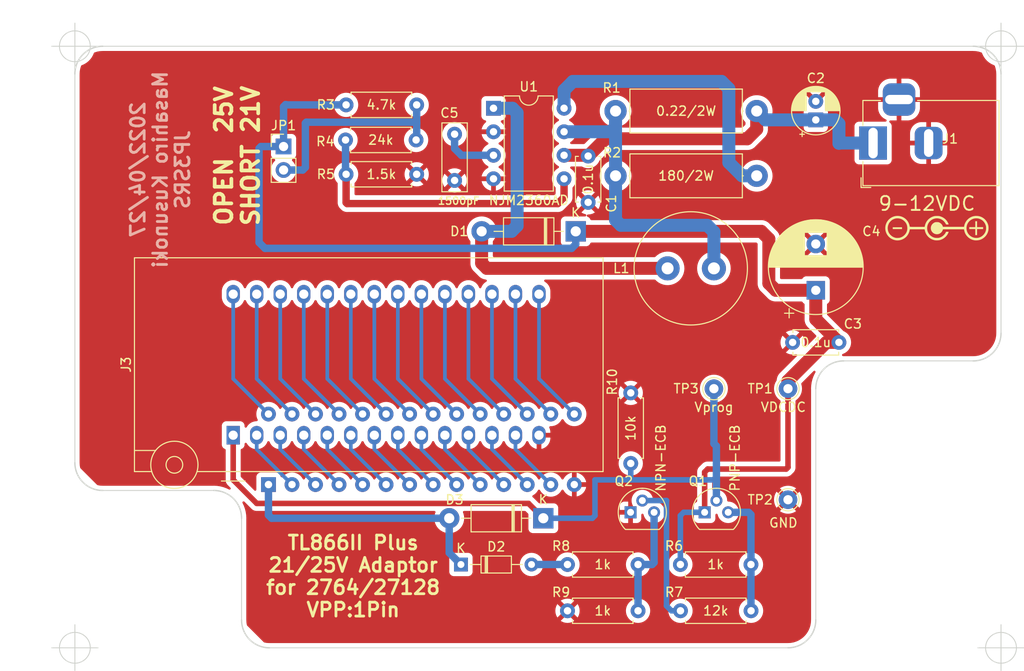
<source format=kicad_pcb>
(kicad_pcb (version 20211014) (generator pcbnew)
  (layers (0 "F.Cu" signal) (31 "B.Cu" signal) (34 "B.Paste" user) (35 "F.Paste" user) (36 "B.SilkS" user "B.Silkscreen") (37 "F.SilkS" user "F.Silkscreen") (38 "B.Mask" user) (39 "F.Mask" user) (44 "Edge.Cuts" user))
  (net 0 "")
  (net 1 "Net-(C1-Pad1)")
  (net 2 "GND")
  (net 3 "V+")
  (net 4 "Net-(D1-Pad2)")
  (net 5 "Vp")
  (net 6 "Net-(D2-Pad2)")
  (net 7 "Vprog")
  (net 8 "/12")
  (net 9 "/2")
  (net 10 "/3")
  (net 11 "/4")
  (net 12 "/5")
  (net 13 "/6")
  (net 14 "/7")
  (net 15 "/8")
  (net 16 "/9")
  (net 17 "/10")
  (net 18 "/11")
  (net 19 "/20")
  (net 20 "/13")
  (net 21 "/21")
  (net 22 "/15")
  (net 23 "/16")
  (net 24 "/17")
  (net 25 "/18")
  (net 26 "/19")
  (net 27 "/25")
  (net 28 "/26")
  (net 29 "/22")
  (net 30 "/23")
  (net 31 "/24")
  (net 32 "/27")
  (net 33 "Net-(JP1-Pad2)")
  (net 34 "Net-(L1-Pad1)")
  (net 35 "Net-(Q1-Pad3)")
  (net 36 "Net-(Q2-Pad2)")
  (net 37 "Net-(Q2-Pad3)")
  (net 38 "Net-(R2-Pad1)")
  (net 39 "Net-(R4-Pad1)")
  (net 40 "Net-(C5-Pad1)")
  (net 41 "/28")
  (footprint "_localLibrary:centerPlus" (layer "F.Cu") (at 193.167 74.7522)
    (fp_text reference "G***" hide)
    (fp_text value "LOGO" hide)
  )
  (footprint "Capacitor_THT:CP_Radial_D5.0mm_P2.00mm" (layer "F.Cu") (at 180 62.955113 90)
    (fp_text reference "C2" (at 4.5 0 180) (layer "F.SilkS"))
    (fp_text value "100uF/25V")
    (pad "1" thru_hole rect (at 0 0 90) (size 1.6 1.6) (drill 0.8) (layers *.Cu *.Mask) (net 1 "Net-(C1-Pad1)"))
    (pad "2" thru_hole circle (at 2 0 90) (size 1.6 1.6) (drill 0.8) (layers *.Cu *.Mask) (net 2 "GND"))
  )
  (footprint "Resistor_THT:R_Axial_DIN0207_L6.3mm_D2.5mm_P7.62mm_Horizontal" (layer "F.Cu") (at 165.39 116)
    (fp_text reference "R7" (at -0.69 -2) (layer "F.SilkS"))
    (fp_text value "12k" (at 3.81 0) (layer "F.SilkS"))
    (pad "1" thru_hole circle (at 0 0) (size 1.6 1.6) (drill 0.8) (layers *.Cu *.Mask) (net 36 "Net-(Q2-Pad2)"))
    (pad "2" thru_hole oval (at 7.62 0) (size 1.6 1.6) (drill 0.8) (layers *.Cu *.Mask) (net 35 "Net-(Q1-Pad3)"))
  )
  (footprint "Resistor_THT:R_Axial_DIN0414_L11.9mm_D4.5mm_P15.24mm_Horizontal" (layer "F.Cu") (at 173.62 62 180)
    (fp_text reference "R1" (at 15.66 2.5 180) (layer "F.SilkS"))
    (fp_text value "0.22/2W" (at 7.62 0 180) (layer "F.SilkS"))
    (pad "1" thru_hole circle (at 0 0 180) (size 2.4 2.4) (drill 1.2) (layers *.Cu *.Mask) (net 1 "Net-(C1-Pad1)"))
    (pad "2" thru_hole oval (at 15.24 0 180) (size 2.4 2.4) (drill 1.2) (layers *.Cu *.Mask) (net 34 "Net-(L1-Pad1)"))
  )
  (footprint "Capacitor_THT:CP_Radial_D10.0mm_P5.00mm" (layer "F.Cu") (at 180 81.367677 90)
    (fp_text reference "C4" (at 6.367677 6 180) (layer "F.SilkS"))
    (fp_text value "330uF/50V")
    (pad "1" thru_hole rect (at 0 0 90) (size 2 2) (drill 1) (layers *.Cu *.Mask) (net 3 "V+"))
    (pad "2" thru_hole circle (at 5 0 90) (size 2 2) (drill 1) (layers *.Cu *.Mask) (net 2 "GND"))
  )
  (footprint "Package_TO_SOT_THT:TO-92" (layer "F.Cu") (at 160 105.36)
    (fp_text reference "Q2" (at -0.73 -3.36) (layer "F.SilkS"))
    (fp_text value "NPN-ECB" (at 3.27 -5.86 90) (layer "F.SilkS"))
    (pad "1" thru_hole rect (at 0 0) (size 1.3 1.3) (drill 0.75) (layers *.Cu *.Mask) (net 2 "GND"))
    (pad "2" thru_hole circle (at 1.27 -1.27) (size 1.3 1.3) (drill 0.75) (layers *.Cu *.Mask) (net 36 "Net-(Q2-Pad2)"))
    (pad "3" thru_hole circle (at 2.54 0) (size 1.3 1.3) (drill 0.75) (layers *.Cu *.Mask) (net 37 "Net-(Q2-Pad3)"))
  )
  (footprint "Capacitor_THT:C_Rect_L7.2mm_W2.5mm_P5.00mm_FKS2_FKP2_MKS2_MKP2" (layer "F.Cu") (at 141 64.5 -90)
    (fp_text reference "C5" (at -2.2925 0.5625 180) (layer "F.SilkS"))
    (fp_text value "1500pF" (at 7.2075 -0.4375 180) (layer "F.SilkS") (effects (font (size 0.8 0.8))))
    (pad "1" thru_hole circle (at 0 0 270) (size 1.6 1.6) (drill 0.8) (layers *.Cu *.Mask) (net 40 "Net-(C5-Pad1)"))
    (pad "2" thru_hole circle (at 5 0 270) (size 1.6 1.6) (drill 0.8) (layers *.Cu *.Mask) (net 2 "GND"))
  )
  (footprint "Resistor_THT:R_Axial_DIN0207_L6.3mm_D2.5mm_P7.62mm_Horizontal" (layer "F.Cu") (at 173 111 180)
    (fp_text reference "R6" (at 8.31 2) (layer "F.SilkS"))
    (fp_text value "1k" (at 3.81 0) (layer "F.SilkS"))
    (pad "1" thru_hole circle (at 0 0 180) (size 1.6 1.6) (drill 0.8) (layers *.Cu *.Mask) (net 35 "Net-(Q1-Pad3)"))
    (pad "2" thru_hole oval (at 7.62 0 180) (size 1.6 1.6) (drill 0.8) (layers *.Cu *.Mask) (net 3 "V+"))
  )
  (footprint "Capacitor_THT:C_Disc_D4.7mm_W2.5mm_P5.00mm" (layer "F.Cu") (at 182.5 87 180)
    (fp_text reference "C3" (at -1.5 2) (layer "F.SilkS"))
    (fp_text value "0.1u" (at 2.5 0) (layer "F.SilkS"))
    (pad "1" thru_hole circle (at 0 0 180) (size 1.6 1.6) (drill 0.8) (layers *.Cu *.Mask) (net 3 "V+"))
    (pad "2" thru_hole circle (at 5 0 180) (size 1.6 1.6) (drill 0.8) (layers *.Cu *.Mask) (net 2 "GND"))
  )
  (footprint "TestPoint:TestPoint_THTPad_D2.0mm_Drill1.0mm" (layer "F.Cu") (at 169 92)
    (fp_text reference "TP3" (at -3 0) (layer "F.SilkS"))
    (fp_text value "TPprog")
    (pad "1" thru_hole circle (at 0 0) (size 2 2) (drill 1) (layers *.Cu *.Mask) (net 7 "Vprog"))
  )
  (footprint "Package_DIP:DIP-28_W7.62mm" (layer "F.Cu") (at 120.904 102.362 90)
    (fp_text reference "J2" hide)
    (fp_text value "28Pin Header")
    (pad "1" thru_hole rect (at 0 0 90) (size 1.6 1.6) (drill 0.8) (layers *.Cu *.Mask) (net 5 "Vp"))
    (pad "2" thru_hole oval (at 0 2.54 90) (size 1.6 1.6) (drill 0.8) (layers *.Cu *.Mask) (net 9 "/2"))
    (pad "3" thru_hole oval (at 0 5.08 90) (size 1.6 1.6) (drill 0.8) (layers *.Cu *.Mask) (net 10 "/3"))
    (pad "4" thru_hole oval (at 0 7.62 90) (size 1.6 1.6) (drill 0.8) (layers *.Cu *.Mask) (net 11 "/4"))
    (pad "5" thru_hole oval (at 0 10.16 90) (size 1.6 1.6) (drill 0.8) (layers *.Cu *.Mask) (net 12 "/5"))
    (pad "6" thru_hole oval (at 0 12.7 90) (size 1.6 1.6) (drill 0.8) (layers *.Cu *.Mask) (net 13 "/6"))
    (pad "7" thru_hole oval (at 0 15.24 90) (size 1.6 1.6) (drill 0.8) (layers *.Cu *.Mask) (net 14 "/7"))
    (pad "8" thru_hole oval (at 0 17.78 90) (size 1.6 1.6) (drill 0.8) (layers *.Cu *.Mask) (net 15 "/8"))
    (pad "9" thru_hole oval (at 0 20.32 90) (size 1.6 1.6) (drill 0.8) (layers *.Cu *.Mask) (net 16 "/9"))
    (pad "10" thru_hole oval (at 0 22.86 90) (size 1.6 1.6) (drill 0.8) (layers *.Cu *.Mask) (net 17 "/10"))
    (pad "11" thru_hole oval (at 0 25.4 90) (size 1.6 1.6) (drill 0.8) (layers *.Cu *.Mask) (net 18 "/11"))
    (pad "12" thru_hole oval (at 0 27.94 90) (size 1.6 1.6) (drill 0.8) (layers *.Cu *.Mask) (net 8 "/12"))
    (pad "13" thru_hole oval (at 0 30.48 90) (size 1.6 1.6) (drill 0.8) (layers *.Cu *.Mask) (net 20 "/13"))
    (pad "14" thru_hole oval (at 0 33.02 90) (size 1.6 1.6) (drill 0.8) (layers *.Cu *.Mask) (net 2 "GND"))
    (pad "15" thru_hole oval (at 7.62 33.02 90) (size 1.6 1.6) (drill 0.8) (layers *.Cu *.Mask) (net 22 "/15"))
    (pad "16" thru_hole oval (at 7.62 30.48 90) (size 1.6 1.6) (drill 0.8) (layers *.Cu *.Mask) (net 23 "/16"))
    (pad "17" thru_hole oval (at 7.62 27.94 90) (size 1.6 1.6) (drill 0.8) (layers *.Cu *.Mask) (net 24 "/17"))
    (pad "18" thru_hole oval (at 7.62 25.4 90) (size 1.6 1.6) (drill 0.8) (layers *.Cu *.Mask) (net 25 "/18"))
    (pad "19" thru_hole oval (at 7.62 22.86 90) (size 1.6 1.6) (drill 0.8) (layers *.Cu *.Mask) (net 26 "/19"))
    (pad "20" thru_hole oval (at 7.62 20.32 90) (size 1.6 1.6) (drill 0.8) (layers *.Cu *.Mask) (net 19 "/20"))
    (pad "21" thru_hole oval (at 7.62 17.78 90) (size 1.6 1.6) (drill 0.8) (layers *.Cu *.Mask) (net 21 "/21"))
    (pad "22" thru_hole oval (at 7.62 15.24 90) (size 1.6 1.6) (drill 0.8) (layers *.Cu *.Mask) (net 29 "/22"))
    (pad "23" thru_hole oval (at 7.62 12.7 90) (size 1.6 1.6) (drill 0.8) (layers *.Cu *.Mask) (net 30 "/23"))
    (pad "24" thru_hole oval (at 7.62 10.16 90) (size 1.6 1.6) (drill 0.8) (layers *.Cu *.Mask) (net 31 "/24"))
    (pad "25" thru_hole oval (at 7.62 7.62 90) (size 1.6 1.6) (drill 0.8) (layers *.Cu *.Mask) (net 27 "/25"))
    (pad "26" thru_hole oval (at 7.62 5.08 90) (size 1.6 1.6) (drill 0.8) (layers *.Cu *.Mask) (net 28 "/26"))
    (pad "27" thru_hole oval (at 7.62 2.54 90) (size 1.6 1.6) (drill 0.8) (layers *.Cu *.Mask) (net 32 "/27"))
    (pad "28" thru_hole oval (at 7.62 0 90) (size 1.6 1.6) (drill 0.8) (layers *.Cu *.Mask) (net 41 "/28"))
  )
  (footprint "Package_TO_SOT_THT:TO-92" (layer "F.Cu") (at 168 105.36)
    (fp_text reference "Q1" (at -0.73 -3.36) (layer "F.SilkS"))
    (fp_text value "PNP-ECB" (at 3.27 -5.86 90) (layer "F.SilkS"))
    (pad "1" thru_hole rect (at 0 0) (size 1.3 1.3) (drill 0.75) (layers *.Cu *.Mask) (net 3 "V+"))
    (pad "2" thru_hole circle (at 1.27 -1.27) (size 1.3 1.3) (drill 0.75) (layers *.Cu *.Mask) (net 7 "Vprog"))
    (pad "3" thru_hole circle (at 2.54 0) (size 1.3 1.3) (drill 0.75) (layers *.Cu *.Mask) (net 35 "Net-(Q1-Pad3)"))
  )
  (footprint "Resistor_THT:R_Axial_DIN0207_L6.3mm_D2.5mm_P7.62mm_Horizontal" (layer "F.Cu") (at 153.19 111)
    (fp_text reference "R8" (at -0.69 -2) (layer "F.SilkS"))
    (fp_text value "1k" (at 3.81 0) (layer "F.SilkS"))
    (pad "1" thru_hole circle (at 0 0) (size 1.6 1.6) (drill 0.8) (layers *.Cu *.Mask) (net 6 "Net-(D2-Pad2)"))
    (pad "2" thru_hole oval (at 7.62 0) (size 1.6 1.6) (drill 0.8) (layers *.Cu *.Mask) (net 37 "Net-(Q2-Pad3)"))
  )
  (footprint "Resistor_THT:R_Axial_DIN0207_L6.3mm_D2.5mm_P7.62mm_Horizontal" (layer "F.Cu") (at 136.906 61.334 180)
    (fp_text reference "R3" (at 9.81 0) (layer "F.SilkS"))
    (fp_text value "4.7k" (at 3.81 0) (layer "F.SilkS"))
    (pad "1" thru_hole circle (at 0 0 180) (size 1.6 1.6) (drill 0.8) (layers *.Cu *.Mask) (net 33 "Net-(JP1-Pad2)"))
    (pad "2" thru_hole oval (at 7.62 0 180) (size 1.6 1.6) (drill 0.8) (layers *.Cu *.Mask) (net 3 "V+"))
  )
  (footprint "Diode_THT:D_DO-41_SOD81_P10.16mm_Horizontal" (layer "F.Cu") (at 154.08 75 180)
    (fp_text reference "D1" (at 12.58 0) (layer "F.SilkS"))
    (fp_text value "11EQS04")
    (fp_text user "K" (at 0 2) (layer "F.SilkS"))
    (pad "1" thru_hole rect (at 0 0 180) (size 2.2 2.2) (drill 1.1) (layers *.Cu *.Mask) (net 3 "V+"))
    (pad "2" thru_hole oval (at 10.16 0 180) (size 2.2 2.2) (drill 1.1) (layers *.Cu *.Mask) (net 4 "Net-(D1-Pad2)"))
  )
  (footprint "Resistor_THT:R_Axial_DIN0207_L6.3mm_D2.5mm_P7.62mm_Horizontal" (layer "F.Cu") (at 136.906 68.834 180)
    (fp_text reference "R5" (at 9.81 0) (layer "F.SilkS"))
    (fp_text value "1.5k" (at 3.81 0) (layer "F.SilkS"))
    (pad "1" thru_hole circle (at 0 0 180) (size 1.6 1.6) (drill 0.8) (layers *.Cu *.Mask) (net 2 "GND"))
    (pad "2" thru_hole oval (at 7.62 0 180) (size 1.6 1.6) (drill 0.8) (layers *.Cu *.Mask) (net 39 "Net-(R4-Pad1)"))
  )
  (footprint "Resistor_THT:R_Axial_DIN0207_L6.3mm_D2.5mm_P7.62mm_Horizontal" (layer "F.Cu") (at 160.02 92.456 -90)
    (fp_text reference "R10" (at -1.19 2 90) (layer "F.SilkS"))
    (fp_text value "10k" (at 3.81 0 90) (layer "F.SilkS"))
    (pad "1" thru_hole circle (at 0 0 270) (size 1.6 1.6) (drill 0.8) (layers *.Cu *.Mask) (net 2 "GND"))
    (pad "2" thru_hole oval (at 7.62 0 270) (size 1.6 1.6) (drill 0.8) (layers *.Cu *.Mask) (net 7 "Vprog"))
  )
  (footprint "Resistor_THT:R_Axial_DIN0414_L11.9mm_D4.5mm_P15.24mm_Horizontal" (layer "F.Cu") (at 173.62 69 180)
    (fp_text reference "R2" (at 15.62 2.5 180) (layer "F.SilkS"))
    (fp_text value "180/2W" (at 7.62 0 180) (layer "F.SilkS"))
    (pad "1" thru_hole circle (at 0 0 180) (size 2.4 2.4) (drill 1.2) (layers *.Cu *.Mask) (net 38 "Net-(R2-Pad1)"))
    (pad "2" thru_hole oval (at 15.24 0 180) (size 2.4 2.4) (drill 1.2) (layers *.Cu *.Mask) (net 34 "Net-(L1-Pad1)"))
  )
  (footprint "TestPoint:TestPoint_THTPad_D2.0mm_Drill1.0mm" (layer "F.Cu") (at 177 92)
    (fp_text reference "TP1" (at -3 0) (layer "F.SilkS"))
    (fp_text value "TPV+")
    (pad "1" thru_hole circle (at 0 0) (size 2 2) (drill 1) (layers *.Cu *.Mask) (net 3 "V+"))
  )
  (footprint "Socket:DIP_Socket-28_W11.9_W12.7_W15.24_W17.78_W18.5_3M_228-1277-00-0602J" (layer "F.Cu") (at 117.094 97.028 90)
    (fp_text reference "J3" (at 7.62 -11.56 90) (layer "F.SilkS"))
    (fp_text value "28Pin Socket")
    (pad "1" thru_hole rect (at 0 0 90) (size 2 1.44) (drill 1) (layers *.Cu *.Mask) (net 7 "Vprog"))
    (pad "2" thru_hole oval (at 0 2.54 90) (size 2 1.44) (drill 1) (layers *.Cu *.Mask) (net 9 "/2"))
    (pad "3" thru_hole oval (at 0 5.08 90) (size 2 1.44) (drill 1) (layers *.Cu *.Mask) (net 10 "/3"))
    (pad "4" thru_hole oval (at 0 7.62 90) (size 2 1.44) (drill 1) (layers *.Cu *.Mask) (net 11 "/4"))
    (pad "5" thru_hole oval (at 0 10.16 90) (size 2 1.44) (drill 1) (layers *.Cu *.Mask) (net 12 "/5"))
    (pad "6" thru_hole oval (at 0 12.7 90) (size 2 1.44) (drill 1) (layers *.Cu *.Mask) (net 13 "/6"))
    (pad "7" thru_hole oval (at 0 15.24 90) (size 2 1.44) (drill 1) (layers *.Cu *.Mask) (net 14 "/7"))
    (pad "8" thru_hole oval (at 0 17.78 90) (size 2 1.44) (drill 1) (layers *.Cu *.Mask) (net 15 "/8"))
    (pad "9" thru_hole oval (at 0 20.32 90) (size 2 1.44) (drill 1) (layers *.Cu *.Mask) (net 16 "/9"))
    (pad "10" thru_hole oval (at 0 22.86 90) (size 2 1.44) (drill 1) (layers *.Cu *.Mask) (net 17 "/10"))
    (pad "11" thru_hole oval (at 0 25.4 90) (size 2 1.44) (drill 1) (layers *.Cu *.Mask) (net 18 "/11"))
    (pad "12" thru_hole oval (at 0 27.94 90) (size 2 1.44) (drill 1) (layers *.Cu *.Mask) (net 8 "/12"))
    (pad "13" thru_hole oval (at 0 30.48 90) (size 2 1.44) (drill 1) (layers *.Cu *.Mask) (net 20 "/13"))
    (pad "14" thru_hole oval (at 0 33.02 90) (size 2 1.44) (drill 1) (layers *.Cu *.Mask) (net 2 "GND"))
    (pad "15" thru_hole oval (at 15.24 33.02 90) (size 2 1.44) (drill 1) (layers *.Cu *.Mask) (net 22 "/15"))
    (pad "16" thru_hole oval (at 15.24 30.48 90) (size 2 1.44) (drill 1) (layers *.Cu *.Mask) (net 23 "/16"))
    (pad "17" thru_hole oval (at 15.24 27.94 90) (size 2 1.44) (drill 1) (layers *.Cu *.Mask) (net 24 "/17"))
    (pad "18" thru_hole oval (at 15.24 25.4 90) (size 2 1.44) (drill 1) (layers *.Cu *.Mask) (net 25 "/18"))
    (pad "19" thru_hole oval (at 15.24 22.86 90) (size 2 1.44) (drill 1) (layers *.Cu *.Mask) (net 26 "/19"))
    (pad "20" thru_hole oval (at 15.24 20.32 90) (size 2 1.44) (drill 1) (layers *.Cu *.Mask) (net 19 "/20"))
    (pad "21" thru_hole oval (at 15.24 17.78 90) (size 2 1.44) (drill 1) (layers *.Cu *.Mask) (net 21 "/21"))
    (pad "22" thru_hole oval (at 15.24 15.24 90) (size 2 1.44) (drill 1) (layers *.Cu *.Mask) (net 29 "/22"))
    (pad "23" thru_hole oval (at 15.24 12.7 90) (size 2 1.44) (drill 1) (layers *.Cu *.Mask) (net 30 "/23"))
    (pad "24" thru_hole oval (at 15.24 10.16 90) (size 2 1.44) (drill 1) (layers *.Cu *.Mask) (net 31 "/24"))
    (pad "25" thru_hole oval (at 15.24 7.62 90) (size 2 1.44) (drill 1) (layers *.Cu *.Mask) (net 27 "/25"))
    (pad "26" thru_hole oval (at 15.24 5.08 90) (size 2 1.44) (drill 1) (layers *.Cu *.Mask) (net 28 "/26"))
    (pad "27" thru_hole oval (at 15.24 2.54 90) (size 2 1.44) (drill 1) (layers *.Cu *.Mask) (net 32 "/27"))
    (pad "28" thru_hole oval (at 15.24 0 90) (size 2 1.44) (drill 1) (layers *.Cu *.Mask) (net 41 "/28"))
  )
  (footprint "Resistor_THT:R_Axial_DIN0207_L6.3mm_D2.5mm_P7.62mm_Horizontal" (layer "F.Cu") (at 129.2235 65.1265)
    (fp_text reference "R4" (at -2.19 0.1675) (layer "F.SilkS"))
    (fp_text value "24k" (at 3.81 0) (layer "F.SilkS"))
    (pad "1" thru_hole circle (at 0 0) (size 1.6 1.6) (drill 0.8) (layers *.Cu *.Mask) (net 39 "Net-(R4-Pad1)"))
    (pad "2" thru_hole oval (at 7.62 0) (size 1.6 1.6) (drill 0.8) (layers *.Cu *.Mask) (net 33 "Net-(JP1-Pad2)"))
  )
  (footprint "Resistor_THT:R_Axial_DIN0207_L6.3mm_D2.5mm_P7.62mm_Horizontal" (layer "F.Cu") (at 153.19 116)
    (fp_text reference "R9" (at -0.69 -2) (layer "F.SilkS"))
    (fp_text value "1k" (at 3.81 0) (layer "F.SilkS"))
    (pad "1" thru_hole circle (at 0 0) (size 1.6 1.6) (drill 0.8) (layers *.Cu *.Mask) (net 2 "GND"))
    (pad "2" thru_hole oval (at 7.62 0) (size 1.6 1.6) (drill 0.8) (layers *.Cu *.Mask) (net 37 "Net-(Q2-Pad3)"))
  )
  (footprint "_localLibrary:MJ-179PH" (layer "F.Cu") (at 199.7875 65.5075 180)
    (fp_text reference "J1" (at 5.2875 0.5075) (layer "F.SilkS"))
    (fp_text value "DC JACK")
    (pad "1" thru_hole rect (at 13.6 0.05 180) (size 3 3.6) (drill oval 1 3.3) (layers *.Cu *.Mask) (net 1 "Net-(C1-Pad1)"))
    (pad "2" thru_hole roundrect (at 7.6 0.05 180) (size 3 3.5) (drill oval 1 3) (layers *.Cu *.Mask) (net 2 "GND"))
    (pad "3" thru_hole roundrect (at 10.8 4.75 180) (size 3.5 3.5) (drill oval 3 1) (layers *.Cu *.Mask) (net 2 "GND"))
  )
  (footprint "Capacitor_THT:C_Disc_D4.7mm_W2.5mm_P5.00mm" (layer "F.Cu") (at 155.4226 66.8674 -90)
    (fp_text reference "C1" (at 5.1326 -2.5 -270) (layer "F.SilkS"))
    (fp_text value "0.1u" (at 2.5 0 -270) (layer "F.SilkS"))
    (pad "1" thru_hole circle (at 0 0 270) (size 1.6 1.6) (drill 0.8) (layers *.Cu *.Mask) (net 1 "Net-(C1-Pad1)"))
    (pad "2" thru_hole circle (at 5 0 270) (size 1.6 1.6) (drill 0.8) (layers *.Cu *.Mask) (net 2 "GND"))
  )
  (footprint "TestPoint:TestPoint_THTPad_D2.0mm_Drill1.0mm" (layer "F.Cu") (at 177 104)
    (fp_text reference "TP2" (at -3 0) (layer "F.SilkS"))
    (fp_text value "TPGND")
    (pad "1" thru_hole circle (at 0 0) (size 2 2) (drill 1) (layers *.Cu *.Mask) (net 2 "GND"))
  )
  (footprint "Inductor_THT:L_Radial_D12.0mm_P5.00mm_Fastron_11P" (layer "F.Cu") (at 169 79 180)
    (fp_text reference "L1" (at 10 0) (layer "F.SilkS"))
    (fp_text value "220uH")
    (pad "1" thru_hole circle (at 0 0 180) (size 2.6 2.6) (drill 1.3) (layers *.Cu *.Mask) (net 34 "Net-(L1-Pad1)"))
    (pad "2" thru_hole circle (at 5 0 180) (size 2.6 2.6) (drill 1.3) (layers *.Cu *.Mask) (net 4 "Net-(D1-Pad2)"))
  )
  (footprint "Diode_THT:D_DO-34_SOD68_P7.62mm_Horizontal" (layer "F.Cu") (at 141.685 111)
    (fp_text reference "D2" (at 3.81 -1.92) (layer "F.SilkS"))
    (fp_text value "GDZJ15C")
    (fp_text user "K" (at 0 -1.75) (layer "F.SilkS"))
    (pad "1" thru_hole rect (at 0 0) (size 1.5 1.5) (drill 0.75) (layers *.Cu *.Mask) (net 5 "Vp"))
    (pad "2" thru_hole oval (at 7.62 0) (size 1.5 1.5) (drill 0.75) (layers *.Cu *.Mask) (net 6 "Net-(D2-Pad2)"))
  )
  (footprint "Connector_PinHeader_2.54mm:PinHeader_1x02_P2.54mm_Vertical" (layer "F.Cu") (at 122.5335 65.834)
    (fp_text reference "JP1" (at 0 -2.2675) (layer "F.SilkS"))
    (fp_text value "21V/25V")
    (pad "1" thru_hole rect (at 0 0) (size 1.7 1.7) (drill 1) (layers *.Cu *.Mask) (net 3 "V+"))
    (pad "2" thru_hole oval (at 0 2.54) (size 1.7 1.7) (drill 1) (layers *.Cu *.Mask) (net 33 "Net-(JP1-Pad2)"))
  )
  (footprint "Package_DIP:DIP-8_W7.62mm" (layer "F.Cu") (at 145.2 61.7)
    (fp_text reference "U1" (at 3.81 -2.33) (layer "F.SilkS"))
    (fp_text value "NJM2360AD" (at 3.81 9.95) (layer "F.SilkS"))
    (pad "1" thru_hole rect (at 0 0) (size 1.6 1.6) (drill 0.8) (layers *.Cu *.Mask) (net 4 "Net-(D1-Pad2)"))
    (pad "2" thru_hole oval (at 0 2.54) (size 1.6 1.6) (drill 0.8) (layers *.Cu *.Mask) (net 2 "GND"))
    (pad "3" thru_hole oval (at 0 5.08) (size 1.6 1.6) (drill 0.8) (layers *.Cu *.Mask) (net 40 "Net-(C5-Pad1)"))
    (pad "4" thru_hole oval (at 0 7.62) (size 1.6 1.6) (drill 0.8) (layers *.Cu *.Mask) (net 2 "GND"))
    (pad "5" thru_hole oval (at 7.62 7.62) (size 1.6 1.6) (drill 0.8) (layers *.Cu *.Mask) (net 39 "Net-(R4-Pad1)"))
    (pad "6" thru_hole oval (at 7.62 5.08) (size 1.6 1.6) (drill 0.8) (layers *.Cu *.Mask) (net 1 "Net-(C1-Pad1)"))
    (pad "7" thru_hole oval (at 7.62 2.54) (size 1.6 1.6) (drill 0.8) (layers *.Cu *.Mask) (net 34 "Net-(L1-Pad1)"))
    (pad "8" thru_hole oval (at 7.62 0) (size 1.6 1.6) (drill 0.8) (layers *.Cu *.Mask) (net 38 "Net-(R2-Pad1)"))
  )
  (footprint "Diode_THT:D_DO-41_SOD81_P10.16mm_Horizontal" (layer "F.Cu") (at 150.58 106 180)
    (fp_text reference "D3" (at 9.58 2) (layer "F.SilkS"))
    (fp_text value "11EQS04")
    (fp_text user "K" (at 0 2) (layer "F.SilkS"))
    (pad "1" thru_hole rect (at 0 0 180) (size 2.2 2.2) (drill 1.1) (layers *.Cu *.Mask) (net 7 "Vprog"))
    (pad "2" thru_hole oval (at 10.16 0 180) (size 2.2 2.2) (drill 1.1) (layers *.Cu *.Mask) (net 5 "Vp"))
  )
  (gr_line (start 103 55) (end 197 55) (layer "Edge.Cuts") (width 0.1))
  (gr_line (start 180 92) (end 180 117) (layer "Edge.Cuts") (width 0.1))
  (gr_arc (start 180 117) (mid 179.12132 119.12132) (end 177 120) (layer "Edge.Cuts") (width 0.15))
  (gr_line (start 177 120) (end 121 120) (layer "Edge.Cuts") (width 0.1))
  (gr_arc (start 100 58) (mid 100.87868 55.87868) (end 103 55) (layer "Edge.Cuts") (width 0.15))
  (gr_line (start 100 100) (end 100 58) (layer "Edge.Cuts") (width 0.1))
  (gr_arc (start 103 103) (mid 100.87868 102.12132) (end 100 100) (layer "Edge.Cuts") (width 0.15))
  (gr_line (start 103 103) (end 115 103) (layer "Edge.Cuts") (width 0.1))
  (gr_arc (start 197 55) (mid 199.12132 55.87868) (end 200 58) (layer "Edge.Cuts") (width 0.15))
  (gr_line (start 200 58) (end 200 86) (layer "Edge.Cuts") (width 0.1))
  (gr_arc (start 121 120) (mid 118.87868 119.12132) (end 118 117) (layer "Edge.Cuts") (width 0.15))
  (gr_arc (start 115 103) (mid 117.12132 103.87868) (end 118 106) (layer "Edge.Cuts") (width 0.15))
  (gr_line (start 118 117) (end 118 106) (layer "Edge.Cuts") (width 0.1))
  (gr_arc (start 200 86) (mid 199.12132 88.12132) (end 197 89) (layer "Edge.Cuts") (width 0.15))
  (gr_arc (start 180 92) (mid 180.87868 89.87868) (end 183 89) (layer "Edge.Cuts") (width 0.15))
  (gr_line (start 197 89) (end 183 89) (layer "Edge.Cuts") (width 0.1))
  (gr_text "2022/04/27\nMasahiro Kusunoki\nJP3SRS" (at 109.22 68.326 90) (layer "B.SilkS") (effects (font (size 1.5 1.5) (thickness 0.3)) (justify mirror)))
  (gr_text "TL866II Plus\n21/25V Adaptor\nfor 2764/27128\nVPP:1Pin" (at 130.048 112.268) (layer "F.SilkS") (effects (font (size 1.5 1.5) (thickness 0.3))))
  (gr_text "Vprog" (at 169 94) (layer "F.SilkS") (effects (font (size 1 1))))
  (gr_text "GND" (at 176.5 106.5) (layer "F.SilkS") (effects (font (size 1 1))))
  (gr_text "VDCDC" (at 176.5 94) (layer "F.SilkS") (effects (font (size 1 1))))
  (gr_text "9-12VDC" (at 192 72) (layer "F.SilkS") (effects (font (size 1.5 1.5) (thickness 0.2))))
  (gr_text "OPEN  25V\nSHORT 21V" (at 117.5335 66.834 90) (layer "F.SilkS") (effects (font (size 1.8 1.8) (thickness 0.4))))
  (target plus (at 100 120) (size 5) (width 0.1) (layer "Edge.Cuts"))
  (target plus (at 200 120) (size 5) (width 0.1) (layer "Edge.Cuts"))
  (target plus (at 100 55) (size 5) (width 0.1) (layer "Edge.Cuts"))
  (target plus (at 200 55) (size 5) (width 0.1) (layer "Edge.Cuts"))
  (segment (start 173.62 63.9716) (end 173.62 62) (width 1.4) (layer "F.Cu") (net 1))
  (segment (start 155.4226 66.8674) (end 157.2914 64.9986) (width 1.4) (layer "F.Cu") (net 1))
  (segment (start 157.2914 64.9986) (end 172.593 64.9986) (width 1.4) (layer "F.Cu") (net 1))
  (segment (start 152.82 66.78) (end 155.3352 66.78) (width 1.4) (layer "F.Cu") (net 1))
  (segment (start 172.593 64.9986) (end 173.62 63.9716) (width 1.4) (layer "F.Cu") (net 1))
  (segment (start 155.3352 66.78) (end 155.4226 66.8674) (width 1.4) (layer "F.Cu") (net 1))
  (segment (start 182.081113 62.955113) (end 180 62.955113) (width 1.4) (layer "B.Cu") (net 1))
  (segment (start 180 62.955113) (end 174.575113 62.955113) (width 1.4) (layer "B.Cu") (net 1))
  (segment (start 174.575113 62.955113) (end 173.62 62) (width 1.4) (layer "B.Cu") (net 1))
  (segment (start 182.5 65.4822) (end 182.5 63.374) (width 1.4) (layer "B.Cu") (net 1))
  (segment (start 182.5247 65.4575) (end 182.5 65.4822) (width 1.4) (layer "B.Cu") (net 1))
  (segment (start 186.1875 65.4575) (end 182.5247 65.4575) (width 1.4) (layer "B.Cu") (net 1))
  (segment (start 182.5 63.374) (end 182.081113 62.955113) (width 1.4) (layer "B.Cu") (net 1))
  (segment (start 175.677877 81.367677) (end 180 81.367677) (width 1.4) (layer "F.Cu") (net 3))
  (segment (start 168.3258 100.6856) (end 176.8094 100.6856) (width 0.6) (layer "F.Cu") (net 3))
  (segment (start 176.9872 91.1606) (end 176.9872 91.9872) (width 1.4) (layer "F.Cu") (net 3))
  (segment (start 176.9872 91.9872) (end 177 92) (width 1.4) (layer "F.Cu") (net 3))
  (segment (start 168 105.36) (end 168 101.0114) (width 0.6) (layer "F.Cu") (net 3))
  (segment (start 177 100.495) (end 177 92) (width 0.6) (layer "F.Cu") (net 3))
  (segment (start 181.1478 87) (end 176.9872 91.1606) (width 1.4) (layer "F.Cu") (net 3))
  (segment (start 174.1108 75) (end 174.9298 75.819) (width 1.4) (layer "F.Cu") (net 3))
  (segment (start 180 81.367677) (end 180 84.5) (width 1.4) (layer "F.Cu") (net 3))
  (segment (start 180 84.5) (end 182.5 87) (width 1.4) (layer "F.Cu") (net 3))
  (segment (start 182.5 87) (end 181.1478 87) (width 1.4) (layer "F.Cu") (net 3))
  (segment (start 174.9298 80.6196) (end 175.677877 81.367677) (width 1.4) (layer "F.Cu") (net 3))
  (segment (start 168 101.0114) (end 168.3258 100.6856) (width 0.6) (layer "F.Cu") (net 3))
  (segment (start 154.08 75) (end 174.1108 75) (width 1.4) (layer "F.Cu") (net 3))
  (segment (start 176.8094 100.6856) (end 177 100.495) (width 0.6) (layer "F.Cu") (net 3))
  (segment (start 174.9298 75.819) (end 174.9298 80.6196) (width 1.4) (layer "F.Cu") (net 3))
  (segment (start 153.6446 76.835) (end 120.523 76.835) (width 0.8) (layer "B.Cu") (net 3))
  (segment (start 154.08 76.3996) (end 153.6446 76.835) (width 0.8) (layer "B.Cu") (net 3))
  (segment (start 119.888 66.04) (end 120.094 65.834) (width 0.8) (layer "B.Cu") (net 3))
  (segment (start 122.5335 61.5258) (end 122.7573 61.302) (width 0.8) (layer "B.Cu") (net 3))
  (segment (start 120.094 65.834) (end 122.5335 65.834) (width 0.8) (layer "B.Cu") (net 3))
  (segment (start 122.7893 61.334) (end 129.286 61.334) (width 0.8) (layer "B.Cu") (net 3))
  (segment (start 122.7573 61.302) (end 122.7893 61.334) (width 0.8) (layer "B.Cu") (net 3))
  (segment (start 154.08 75) (end 154.08 76.3996) (width 0.8) (layer "B.Cu") (net 3))
  (segment (start 120.523 76.835) (end 119.888 76.2) (width 0.8) (layer "B.Cu") (net 3))
  (segment (start 119.888 76.2) (end 119.888 66.04) (width 0.8) (layer "B.Cu") (net 3))
  (segment (start 165.38 111) (end 165.38 105.7142) (width 0.6) (layer "B.Cu") (net 3))
  (segment (start 122.5335 65.834) (end 122.5335 61.5258) (width 0.8) (layer "B.Cu") (net 3))
  (segment (start 165.7342 105.36) (end 168 105.36) (width 0.6) (layer "B.Cu") (net 3))
  (segment (start 165.38 105.7142) (end 165.7342 105.36) (width 0.6) (layer "B.Cu") (net 3))
  (segment (start 143.92 78.4388) (end 143.92 75) (width 1.4) (layer "F.Cu") (net 4))
  (segment (start 144.4812 79) (end 143.92 78.4388) (width 1.4) (layer "F.Cu") (net 4))
  (segment (start 164 79) (end 144.4812 79) (width 1.4) (layer "F.Cu") (net 4))
  (segment (start 143.92 75) (end 147.1484 75) (width 1.4) (layer "B.Cu") (net 4))
  (segment (start 147.7518 74.3966) (end 147.7518 62.2046) (width 1.4) (layer "B.Cu") (net 4))
  (segment (start 147.2472 61.7) (end 145.2 61.7) (width 1.4) (layer "B.Cu") (net 4))
  (segment (start 147.7518 62.2046) (end 147.2472 61.7) (width 1.4) (layer "B.Cu") (net 4))
  (segment (start 147.1484 75) (end 147.7518 74.3966) (width 1.4) (layer "B.Cu") (net 4))
  (segment (start 140.42 106) (end 121.24 106) (width 0.8) (layer "B.Cu") (net 5))
  (segment (start 120.904 105.664) (end 120.904 102.362) (width 0.8) (layer "B.Cu") (net 5))
  (segment (start 140.42 106) (end 140.42 109.735) (width 0.8) (layer "B.Cu") (net 5))
  (segment (start 121.24 106) (end 120.904 105.664) (width 0.8) (layer "B.Cu") (net 5))
  (segment (start 140.42 109.735) (end 141.685 111) (width 0.8) (layer "B.Cu") (net 5))
  (segment (start 149.305 111) (end 153.19 111) (width 0.8) (layer "B.Cu") (net 6))
  (segment (start 119.640489 104.400489) (end 117.094 101.854) (width 0.6) (layer "F.Cu") (net 7))
  (segment (start 148.980489 104.400489) (end 119.640489 104.400489) (width 0.6) (layer "F.Cu") (net 7))
  (segment (start 150.58 106) (end 148.980489 104.400489) (width 0.6) (layer "F.Cu") (net 7))
  (segment (start 117.094 101.854) (end 117.094 97.028) (width 0.6) (layer "F.Cu") (net 7))
  (segment (start 156.1592 105.7148) (end 156.1592 101.854) (width 0.6) (layer "B.Cu") (net 7))
  (segment (start 169 92) (end 169 97.9308) (width 0.8) (layer "B.Cu") (net 7))
  (segment (start 169.27 98.2008) (end 169.27 102.087) (width 0.8) (layer "B.Cu") (net 7))
  (segment (start 160.02 100.076) (end 160.02 101.854) (width 0.6) (layer "B.Cu") (net 7))
  (segment (start 169 97.9308) (end 169.27 98.2008) (width 0.8) (layer "B.Cu") (net 7))
  (segment (start 150.58 106) (end 155.874 106) (width 0.6) (layer "B.Cu") (net 7))
  (segment (start 169.27 102.087) (end 169.27 104.09) (width 0.8) (layer "B.Cu") (net 7))
  (segment (start 160.02 101.854) (end 169.037 101.854) (width 0.6) (layer "B.Cu") (net 7))
  (segment (start 169.037 101.854) (end 169.27 102.087) (width 0.6) (layer "B.Cu") (net 7))
  (segment (start 155.874 106) (end 156.1592 105.7148) (width 0.6) (layer "B.Cu") (net 7))
  (segment (start 156.1592 101.854) (end 160.02 101.854) (width 0.6) (layer "B.Cu") (net 7))
  (segment (start 145.034 97.028) (end 145.034 98.552) (width 0.4) (layer "B.Cu") (net 8))
  (segment (start 145.034 98.552) (end 148.844 102.362) (width 0.4) (layer "B.Cu") (net 8))
  (segment (start 119.634 98.552) (end 123.444 102.362) (width 0.4) (layer "B.Cu") (net 9))
  (segment (start 119.634 97.028) (end 119.634 98.552) (width 0.4) (layer "B.Cu") (net 9))
  (segment (start 122.174 97.028) (end 122.174 98.552) (width 0.4) (layer "B.Cu") (net 10))
  (segment (start 122.174 98.552) (end 125.984 102.362) (width 0.4) (layer "B.Cu") (net 10))
  (segment (start 124.714 97.028) (end 124.714 98.552) (width 0.4) (layer "B.Cu") (net 11))
  (segment (start 124.714 98.552) (end 128.524 102.362) (width 0.4) (layer "B.Cu") (net 11))
  (segment (start 127.254 98.552) (end 131.064 102.362) (width 0.4) (layer "B.Cu") (net 12))
  (segment (start 127.254 97.028) (end 127.254 98.552) (width 0.4) (layer "B.Cu") (net 12))
  (segment (start 129.794 97.028) (end 129.794 98.552) (width 0.4) (layer "B.Cu") (net 13))
  (segment (start 129.794 98.552) (end 133.604 102.362) (width 0.4) (layer "B.Cu") (net 13))
  (segment (start 132.334 97.028) (end 132.334 98.552) (width 0.4) (layer "B.Cu") (net 14))
  (segment (start 132.334 98.552) (end 136.144 102.362) (width 0.4) (layer "B.Cu") (net 14))
  (segment (start 134.874 97.028) (end 134.874 98.552) (width 0.4) (layer "B.Cu") (net 15))
  (segment (start 134.874 98.552) (end 138.684 102.362) (width 0.4) (layer "B.Cu") (net 15))
  (segment (start 137.414 97.028) (end 137.414 98.552) (width 0.4) (layer "B.Cu") (net 16))
  (segment (start 137.414 98.552) (end 141.224 102.362) (width 0.4) (layer "B.Cu") (net 16))
  (segment (start 139.954 97.028) (end 139.954 98.552) (width 0.4) (layer "B.Cu") (net 17))
  (segment (start 139.954 98.552) (end 143.764 102.362) (width 0.4) (layer "B.Cu") (net 17))
  (segment (start 142.494 97.028) (end 142.494 98.552) (width 0.4) (layer "B.Cu") (net 18))
  (segment (start 142.494 98.552) (end 146.304 102.362) (width 0.4) (layer "B.Cu") (net 18))
  (segment (start 137.414 90.932) (end 141.224 94.742) (width 0.4) (layer "B.Cu") (net 19))
  (segment (start 137.414 81.788) (end 137.414 90.932) (width 0.4) (layer "B.Cu") (net 19))
  (segment (start 147.574 98.552) (end 151.384 102.362) (width 0.4) (layer "B.Cu") (net 20))
  (segment (start 147.574 97.028) (end 147.574 98.552) (width 0.4) (layer "B.Cu") (net 20))
  (segment (start 134.874 81.788) (end 134.874 90.932) (width 0.4) (layer "B.Cu") (net 21))
  (segment (start 134.874 90.932) (end 138.684 94.742) (width 0.4) (layer "B.Cu") (net 21))
  (segment (start 150.114 81.788) (end 150.114 90.932) (width 0.4) (layer "B.Cu") (net 22))
  (segment (start 150.114 90.932) (end 153.924 94.742) (width 0.4) (layer "B.Cu") (net 22))
  (segment (start 147.574 90.932) (end 151.384 94.742) (width 0.4) (layer "B.Cu") (net 23))
  (segment (start 147.574 81.788) (end 147.574 90.932) (width 0.4) (layer "B.Cu") (net 23))
  (segment (start 145.034 90.932) (end 148.844 94.742) (width 0.4) (layer "B.Cu") (net 24))
  (segment (start 145.034 81.788) (end 145.034 90.932) (width 0.4) (layer "B.Cu") (net 24))
  (segment (start 142.494 90.932) (end 146.304 94.742) (width 0.4) (layer "B.Cu") (net 25))
  (segment (start 142.494 81.788) (end 142.494 90.932) (width 0.4) (layer "B.Cu") (net 25))
  (segment (start 139.954 81.788) (end 139.954 90.932) (width 0.4) (layer "B.Cu") (net 26))
  (segment (start 139.954 90.932) (end 143.764 94.742) (width 0.4) (layer "B.Cu") (net 26))
  (segment (start 124.714 81.788) (end 124.714 90.932) (width 0.4) (layer "B.Cu") (net 27))
  (segment (start 124.714 90.932) (end 128.524 94.742) (width 0.4) (layer "B.Cu") (net 27))
  (segment (start 122.174 90.932) (end 125.984 94.742) (width 0.4) (layer "B.Cu") (net 28))
  (segment (start 122.174 81.788) (end 122.174 90.932) (width 0.4) (layer "B.Cu") (net 28))
  (segment (start 132.334 81.788) (end 132.334 90.932) (width 0.4) (layer "B.Cu") (net 29))
  (segment (start 132.334 90.932) (end 136.144 94.742) (width 0.4) (layer "B.Cu") (net 29))
  (segment (start 129.794 90.932) (end 133.604 94.742) (width 0.4) (layer "B.Cu") (net 30))
  (segment (start 129.794 81.788) (end 129.794 90.932) (width 0.4) (layer "B.Cu") (net 30))
  (segment (start 127.254 81.788) (end 127.254 90.932) (width 0.4) (layer "B.Cu") (net 31))
  (segment (start 127.254 90.932) (end 131.064 94.742) (width 0.4) (layer "B.Cu") (net 31))
  (segment (start 119.634 81.788) (end 119.634 90.932) (width 0.4) (layer "B.Cu") (net 32))
  (segment (start 119.634 90.932) (end 123.444 94.742) (width 0.4) (layer "B.Cu") (net 32))
  (segment (start 136.906 61.334) (end 136.906 63.3095) (width 0.8) (layer "B.Cu") (net 33))
  (segment (start 122.5335 68.374) (end 124.6007 68.374) (width 0.8) (layer "B.Cu") (net 33))
  (segment (start 124.8909 63.3086) (end 124.9925 63.207) (width 0.8) (layer "B.Cu") (net 33))
  (segment (start 124.9925 63.207) (end 136.8035 63.207) (width 0.8) (layer "B.Cu") (net 33))
  (segment (start 136.906 63.3095) (end 136.906 65.064) (width 0.8) (layer "B.Cu") (net 33))
  (segment (start 124.8909 68.0838) (end 124.8909 63.3086) (width 0.8) (layer "B.Cu") (net 33))
  (segment (start 124.6007 68.374) (end 124.8909 68.0838) (width 0.8) (layer "B.Cu") (net 33))
  (segment (start 136.906 65.064) (end 136.8435 65.1265) (width 0.8) (layer "B.Cu") (net 33))
  (segment (start 136.8035 63.207) (end 136.906 63.3095) (width 0.8) (layer "B.Cu") (net 33))
  (segment (start 158.9532 74.3458) (end 168.275 74.3458) (width 1.4) (layer "B.Cu") (net 34))
  (segment (start 158.38 73.7726) (end 158.9532 74.3458) (width 1.4) (layer "B.Cu") (net 34))
  (segment (start 158.38 69) (end 158.38 62) (width 1.4) (layer "B.Cu") (net 34))
  (segment (start 152.82 64.24) (end 157.8576 64.24) (width 1.4) (layer "B.Cu") (net 34))
  (segment (start 158.38 63.7176) (end 158.38 62) (width 1.4) (layer "B.Cu") (net 34))
  (segment (start 157.8576 64.24) (end 158.38 63.7176) (width 1.4) (layer "B.Cu") (net 34))
  (segment (start 169 75.0708) (end 169 79) (width 1.4) (layer "B.Cu") (net 34))
  (segment (start 168.275 74.3458) (end 169 75.0708) (width 1.4) (layer "B.Cu") (net 34))
  (segment (start 158.38 69) (end 158.38 73.7726) (width 1.4) (layer "B.Cu") (net 34))
  (segment (start 173 115.99) (end 173.01 116) (width 0.8) (layer "B.Cu") (net 35))
  (segment (start 173 105.6138) (end 172.7462 105.36) (width 0.8) (layer "B.Cu") (net 35))
  (segment (start 173 111) (end 173 115.99) (width 0.8) (layer "B.Cu") (net 35))
  (segment (start 173 111) (end 173 105.6138) (width 0.8) (layer "B.Cu") (net 35))
  (segment (start 172.7462 105.36) (end 170.54 105.36) (width 0.8) (layer "B.Cu") (net 35))
  (segment (start 163.8808 115.4684) (end 164.4124 116) (width 0.6) (layer "B.Cu") (net 36))
  (segment (start 163.8808 104.0908) (end 163.8808 115.4684) (width 0.6) (layer "B.Cu") (net 36))
  (segment (start 164.4124 116) (end 165.39 116) (width 0.6) (layer "B.Cu") (net 36))
  (segment (start 163.8816 104.09) (end 163.8808 104.0908) (width 0.6) (layer "B.Cu") (net 36))
  (segment (start 161.27 104.09) (end 163.8816 104.09) (width 0.6) (layer "B.Cu") (net 36))
  (segment (start 160.81 111) (end 162.3294 111) (width 0.8) (layer "B.Cu") (net 37))
  (segment (start 160.81 111) (end 160.81 116) (width 0.8) (layer "B.Cu") (net 37))
  (segment (start 162.3294 111) (end 162.54 110.7894) (width 0.8) (layer "B.Cu") (net 37))
  (segment (start 162.54 110.7894) (end 162.54 105.36) (width 0.8) (layer "B.Cu") (net 37))
  (segment (start 153.7716 58.801) (end 152.82 59.7526) (width 1.4) (layer "B.Cu") (net 38))
  (segment (start 170.6118 59.5884) (end 169.8244 58.801) (width 1.4) (layer "B.Cu") (net 38))
  (segment (start 152.82 59.7526) (end 152.82 61.7) (width 1.4) (layer "B.Cu") (net 38))
  (segment (start 169.8244 58.801) (end 153.7716 58.801) (width 1.4) (layer "B.Cu") (net 38))
  (segment (start 173.62 69) (end 172.0478 69) (width 1.4) (layer "B.Cu") (net 38))
  (segment (start 172.0478 69) (end 170.6118 67.564) (width 1.4) (layer "B.Cu") (net 38))
  (segment (start 170.6118 67.564) (end 170.6118 59.5884) (width 1.4) (layer "B.Cu") (net 38))
  (segment (start 152.82 71.32) (end 152.82 69.32) (width 0.8) (layer "F.Cu") (net 39))
  (segment (start 152.14 72) (end 152.82 71.32) (width 0.8) (layer "F.Cu") (net 39))
  (segment (start 129.404 72) (end 129.286 71.882) (width 0.8) (layer "F.Cu") (net 39))
  (segment (start 152.14 72) (end 129.404 72) (width 0.8) (layer "F.Cu") (net 39))
  (segment (start 129.286 71.882) (end 129.286 68.834) (width 0.8) (layer "F.Cu") (net 39))
  (segment (start 129.2235 68.7715) (end 129.286 68.834) (width 0.8) (layer "B.Cu") (net 39))
  (segment (start 129.2235 65.1265) (end 129.2235 68.7715) (width 0.8) (layer "B.Cu") (net 39))
  (segment (start 141.7354 66.78) (end 141 66.0446) (width 0.8) (layer "B.Cu") (net 40))
  (segment (start 145.2 66.78) (end 141.7354 66.78) (width 0.8) (layer "B.Cu") (net 40))
  (segment (start 141 66.0446) (end 141 64.5) (width 0.8) (layer "B.Cu") (net 40))
  (segment (start 117.094 81.788) (end 117.094 90.932) (width 0.4) (layer "B.Cu") (net 41))
  (segment (start 117.094 90.932) (end 120.904 94.742) (width 0.4) (layer "B.Cu") (net 41))
  (zone (net 2) (net_name "GND") (layer "F.Cu") (connect_pads (clearance 0.508)) (min_thickness 0.254) (fill yes (thermal_gap 0.508) (thermal_bridge_width 0.508))
    (polygon (pts (xy 200 57) (xy 200 87) (xy 198 89) (xy 180 89) (xy 180 117) (xy 178 120) (xy 121 120) (xy 118 117) (xy 118 103) (xy 103 103) (xy 100 100) (xy 100 57) (xy 103 55) (xy 198 55)))
  )
)
</source>
